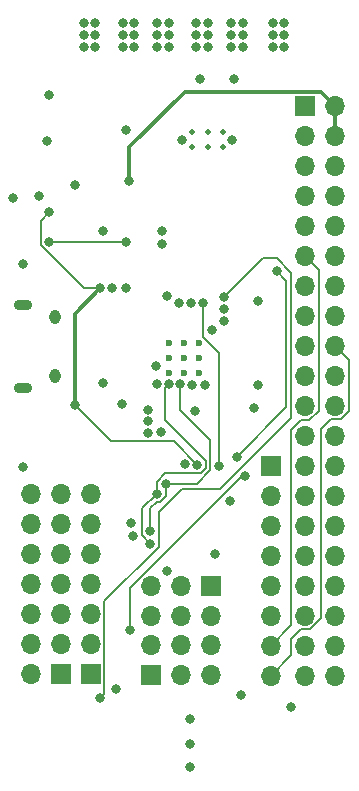
<source format=gbr>
%TF.GenerationSoftware,KiCad,Pcbnew,(6.0.0-0)*%
%TF.CreationDate,2022-01-13T06:26:06-05:00*%
%TF.ProjectId,piUAV,70695541-562e-46b6-9963-61645f706362,rev?*%
%TF.SameCoordinates,Original*%
%TF.FileFunction,Copper,L3,Inr*%
%TF.FilePolarity,Positive*%
%FSLAX46Y46*%
G04 Gerber Fmt 4.6, Leading zero omitted, Abs format (unit mm)*
G04 Created by KiCad (PCBNEW (6.0.0-0)) date 2022-01-13 06:26:06*
%MOMM*%
%LPD*%
G01*
G04 APERTURE LIST*
%TA.AperFunction,ComponentPad*%
%ADD10R,1.700000X1.700000*%
%TD*%
%TA.AperFunction,ComponentPad*%
%ADD11O,1.700000X1.700000*%
%TD*%
%TA.AperFunction,ComponentPad*%
%ADD12C,0.600000*%
%TD*%
%TA.AperFunction,ComponentPad*%
%ADD13C,0.499999*%
%TD*%
%TA.AperFunction,ComponentPad*%
%ADD14O,1.550000X0.890000*%
%TD*%
%TA.AperFunction,ComponentPad*%
%ADD15O,0.950000X1.250000*%
%TD*%
%TA.AperFunction,ViaPad*%
%ADD16C,0.800000*%
%TD*%
%TA.AperFunction,Conductor*%
%ADD17C,0.200000*%
%TD*%
%TA.AperFunction,Conductor*%
%ADD18C,0.300000*%
%TD*%
G04 APERTURE END LIST*
D10*
%TO.N,3V3_IO*%
%TO.C,J6*%
X122225000Y-100600000D03*
D11*
%TO.N,GND*%
X122225000Y-98060000D03*
%TO.N,+5V*%
X124765000Y-100600000D03*
%TO.N,GND*%
X124765000Y-98060000D03*
%TO.N,+5V*%
X127305000Y-100600000D03*
%TO.N,GND*%
X127305000Y-98060000D03*
%TD*%
D12*
%TO.N,GND*%
%TO.C,U1*%
X125000000Y-73750000D03*
X126275000Y-75025000D03*
X125000000Y-75025000D03*
X126275000Y-72475000D03*
X126275000Y-73750000D03*
X125000000Y-72475000D03*
X123725000Y-72475000D03*
X123725000Y-75025000D03*
X123725000Y-73750000D03*
%TD*%
D10*
%TO.N,3V3_IO*%
%TO.C,J2*%
X127325000Y-93025000D03*
D11*
X127325000Y-95565000D03*
%TO.N,FC_UART1_TX*%
X124785000Y-93025000D03*
%TO.N,FC_UART1_RX*%
X124785000Y-95565000D03*
%TO.N,FC_UART0_TX*%
X122245000Y-93025000D03*
%TO.N,FC_UART0_RX*%
X122245000Y-95565000D03*
%TD*%
D10*
%TO.N,FC_SERVO_1*%
%TO.C,J3*%
X117100000Y-100500000D03*
D11*
%TO.N,FC_SERVO_2*%
X117100000Y-97960000D03*
%TO.N,FC_SERVO_3*%
X117100000Y-95420000D03*
%TO.N,FC_SERVO_4*%
X117100000Y-92880000D03*
%TO.N,FC_SERVO_5*%
X117100000Y-90340000D03*
%TO.N,FC_SERVO_6*%
X117100000Y-87800000D03*
%TO.N,FC_RADIO_PPM*%
X117100000Y-85260000D03*
%TD*%
D10*
%TO.N,+3V3*%
%TO.C,J7*%
X135225000Y-52375000D03*
D11*
%TO.N,REG_5VIN*%
X137765000Y-52375000D03*
%TO.N,unconnected-(J7-Pad3)*%
X135225000Y-54915000D03*
%TO.N,REG_5VIN*%
X137765000Y-54915000D03*
%TO.N,unconnected-(J7-Pad5)*%
X135225000Y-57455000D03*
%TO.N,GND*%
X137765000Y-57455000D03*
%TO.N,unconnected-(J7-Pad7)*%
X135225000Y-59995000D03*
%TO.N,Net-(J7-Pad8)*%
X137765000Y-59995000D03*
%TO.N,unconnected-(J7-Pad9)*%
X135225000Y-62535000D03*
%TO.N,Net-(J7-Pad10)*%
X137765000Y-62535000D03*
%TO.N,DISP_RESET*%
X135225000Y-65075000D03*
%TO.N,unconnected-(J7-Pad12)*%
X137765000Y-65075000D03*
%TO.N,unconnected-(J7-Pad13)*%
X135225000Y-67615000D03*
%TO.N,GND*%
X137765000Y-67615000D03*
%TO.N,unconnected-(J7-Pad15)*%
X135225000Y-70155000D03*
%TO.N,unconnected-(J7-Pad16)*%
X137765000Y-70155000D03*
%TO.N,DISP_VCC*%
X135225000Y-72695000D03*
%TO.N,DISP_BUSY*%
X137765000Y-72695000D03*
%TO.N,DISP_DIN*%
X135225000Y-75235000D03*
%TO.N,DISP_GND*%
X137765000Y-75235000D03*
%TO.N,unconnected-(J7-Pad21)*%
X135225000Y-77775000D03*
%TO.N,DISP_DC*%
X137765000Y-77775000D03*
%TO.N,DISP_CLK*%
X135225000Y-80315000D03*
%TO.N,DISP_CS*%
X137765000Y-80315000D03*
%TO.N,GND*%
X135225000Y-82855000D03*
%TO.N,unconnected-(J7-Pad26)*%
X137765000Y-82855000D03*
%TO.N,unconnected-(J7-Pad27)*%
X135225000Y-85395000D03*
%TO.N,unconnected-(J7-Pad28)*%
X137765000Y-85395000D03*
%TO.N,unconnected-(J7-Pad29)*%
X135225000Y-87935000D03*
%TO.N,GND*%
X137765000Y-87935000D03*
%TO.N,unconnected-(J7-Pad31)*%
X135225000Y-90475000D03*
%TO.N,unconnected-(J7-Pad32)*%
X137765000Y-90475000D03*
%TO.N,unconnected-(J7-Pad33)*%
X135225000Y-93015000D03*
%TO.N,GND*%
X137765000Y-93015000D03*
%TO.N,unconnected-(J7-Pad35)*%
X135225000Y-95555000D03*
%TO.N,unconnected-(J7-Pad36)*%
X137765000Y-95555000D03*
%TO.N,unconnected-(J7-Pad37)*%
X135225000Y-98095000D03*
%TO.N,unconnected-(J7-Pad38)*%
X137765000Y-98095000D03*
%TO.N,GND*%
X135225000Y-100635000D03*
%TO.N,unconnected-(J7-Pad40)*%
X137765000Y-100635000D03*
%TD*%
D10*
%TO.N,GND*%
%TO.C,J5*%
X114575000Y-100500000D03*
D11*
%TO.N,+5V*%
X112035000Y-100500000D03*
%TO.N,GND*%
X114575000Y-97960000D03*
%TO.N,+5V*%
X112035000Y-97960000D03*
%TO.N,GND*%
X114575000Y-95420000D03*
%TO.N,+5V*%
X112035000Y-95420000D03*
%TO.N,GND*%
X114575000Y-92880000D03*
%TO.N,+5V*%
X112035000Y-92880000D03*
%TO.N,GND*%
X114575000Y-90340000D03*
%TO.N,+5V*%
X112035000Y-90340000D03*
%TO.N,GND*%
X114575000Y-87800000D03*
%TO.N,+5V*%
X112035000Y-87800000D03*
%TO.N,GND*%
X114575000Y-85260000D03*
%TO.N,+5V*%
X112035000Y-85260000D03*
%TD*%
D13*
%TO.N,N/C*%
%TO.C,U5*%
X127000000Y-55900001D03*
X125700000Y-55900001D03*
X125700000Y-54599999D03*
X128300000Y-55900001D03*
X128300000Y-54599999D03*
X127000000Y-54599999D03*
%TD*%
D14*
%TO.N,GND*%
%TO.C,J1*%
X111400000Y-76250000D03*
X111400000Y-69250000D03*
D15*
X114100000Y-70250000D03*
X114100000Y-75250000D03*
%TD*%
D10*
%TO.N,DISP_VCC*%
%TO.C,J8*%
X132350000Y-82840000D03*
D11*
%TO.N,DISP_GND*%
X132350000Y-85380000D03*
%TO.N,DISP_DIN*%
X132350000Y-87920000D03*
%TO.N,DISP_CLK*%
X132350000Y-90460000D03*
%TO.N,DISP_CS*%
X132350000Y-93000000D03*
%TO.N,DISP_DC*%
X132350000Y-95540000D03*
%TO.N,DISP_RESET*%
X132350000Y-98080000D03*
%TO.N,DISP_BUSY*%
X132350000Y-100620000D03*
%TD*%
D16*
%TO.N,+1V1*%
X120100000Y-67850000D03*
X127415319Y-71337955D03*
X122650000Y-74400000D03*
%TO.N,GND*%
X133500000Y-46400000D03*
X124800000Y-55250000D03*
X127600000Y-90350000D03*
X115750000Y-59100000D03*
X123700000Y-46400000D03*
X120800000Y-47400000D03*
X125500000Y-108400000D03*
X131300000Y-76000000D03*
X129100000Y-55250000D03*
X129200000Y-50150000D03*
X125500000Y-106400000D03*
X132500000Y-45400000D03*
X118155591Y-62994357D03*
X119250000Y-101800000D03*
X133500000Y-45400000D03*
X132500000Y-47400000D03*
X122700000Y-45400000D03*
X119750000Y-77650000D03*
X131300000Y-68900000D03*
X120800000Y-45400000D03*
X110550000Y-60150000D03*
X119800000Y-47400000D03*
X123600000Y-91800000D03*
X128900000Y-85850000D03*
X134100000Y-103250000D03*
X123700000Y-47400000D03*
X123150000Y-64100000D03*
X132500000Y-46400000D03*
X126400000Y-50150000D03*
X125500000Y-104300000D03*
X113600000Y-51499500D03*
X123700000Y-45400000D03*
X122700000Y-47400000D03*
X112700000Y-60050000D03*
X120800000Y-46400000D03*
X119800000Y-46400000D03*
X111400000Y-83000000D03*
X122700000Y-46400000D03*
X133500000Y-47400000D03*
X119800000Y-45400000D03*
X118950000Y-67850000D03*
%TO.N,/3V_MCU*%
X120100000Y-63950000D03*
X122700994Y-75950000D03*
X113600000Y-63900000D03*
X125696962Y-76021212D03*
%TO.N,3V3_IO*%
X123600000Y-68450000D03*
X117900000Y-67850000D03*
X113600000Y-61400000D03*
X115752125Y-77702125D03*
X126145137Y-82780429D03*
%TO.N,REG_5VIN*%
X120350000Y-58750000D03*
%TO.N,+3V3*%
X120100000Y-54450000D03*
%TO.N,VCC*%
X130000000Y-45400000D03*
X130000000Y-47400000D03*
X129000000Y-45400000D03*
X129000000Y-46400000D03*
X116500000Y-47400000D03*
X116500000Y-46400000D03*
X127000000Y-45400000D03*
X129000000Y-47400000D03*
X127000000Y-47400000D03*
X117500000Y-45400000D03*
X126000000Y-47400000D03*
X116500000Y-45400000D03*
X117500000Y-47400000D03*
X127000000Y-46400000D03*
X117500000Y-46400000D03*
X126000000Y-46400000D03*
X126000000Y-45400000D03*
X130000000Y-46400000D03*
%TO.N,+5V*%
X113400000Y-55350000D03*
X123150000Y-63000000D03*
X111350000Y-65800000D03*
%TO.N,FC_STATUS_BLUE*%
X132900000Y-66400000D03*
X124600000Y-69050000D03*
X129500000Y-82100000D03*
%TO.N,FC_STATUS_RED*%
X127943668Y-82900000D03*
X126599503Y-69050000D03*
X120400000Y-96800000D03*
X130140111Y-83740111D03*
%TO.N,FC_STATUS_GREEN*%
X125600000Y-69050000D03*
X120705080Y-88800000D03*
%TO.N,FC_UART1_TX*%
X125899500Y-78222534D03*
%TO.N,FC_UART1_RX*%
X126800000Y-76000000D03*
%TO.N,FC_UART0_TX*%
X128400000Y-69600000D03*
%TO.N,FC_UART0_RX*%
X128400000Y-70600000D03*
%TO.N,FC_SERVO_1*%
X120481973Y-87701325D03*
X125115957Y-82748316D03*
%TO.N,FC_SPI0_MISO*%
X121924500Y-78100000D03*
%TO.N,FC_SPI0_SCK*%
X121924500Y-80099006D03*
%TO.N,FC_SPI0_MOSI*%
X123031375Y-79981375D03*
%TO.N,FC_SPI0_CS*%
X121924500Y-79099503D03*
%TO.N,DISP_VCC*%
X130900000Y-78000000D03*
%TO.N,FC_BOOTSEL*%
X118150000Y-75849500D03*
X129800000Y-102300000D03*
%TO.N,FC_I2C0_SCL*%
X122150000Y-88400000D03*
X123500000Y-84400500D03*
X124700000Y-75950000D03*
%TO.N,FC_I2C0_SDA*%
X122679399Y-85214946D03*
X123700497Y-75950000D03*
X122150000Y-89450000D03*
%TO.N,FC_RUN*%
X117900000Y-102500000D03*
X128400000Y-68600497D03*
%TD*%
D17*
%TO.N,/3V_MCU*%
X113650000Y-63950000D02*
X120100000Y-63950000D01*
X113600000Y-63900000D02*
X113650000Y-63950000D01*
%TO.N,3V3_IO*%
X126145137Y-82780429D02*
X124163225Y-80798517D01*
X116560741Y-67850000D02*
X117900000Y-67850000D01*
X124163225Y-80798517D02*
X118848517Y-80798517D01*
X118848517Y-80798517D02*
X115752125Y-77702125D01*
X113600000Y-61400000D02*
X112900489Y-62099511D01*
D18*
X117900000Y-67850000D02*
X115752125Y-69997875D01*
X115752125Y-69997875D02*
X115752125Y-77702125D01*
D17*
X112900489Y-62099511D02*
X112900489Y-64189748D01*
X112900489Y-64189748D02*
X116560741Y-67850000D01*
D18*
%TO.N,REG_5VIN*%
X136565489Y-51175489D02*
X137765000Y-52375000D01*
X125074511Y-51175489D02*
X136565489Y-51175489D01*
X137765000Y-52375000D02*
X137765000Y-54915000D01*
X120350000Y-58750000D02*
X120350000Y-55900000D01*
X120350000Y-55900000D02*
X125074511Y-51175489D01*
D17*
%TO.N,FC_STATUS_BLUE*%
X133675969Y-67175969D02*
X132900000Y-66400000D01*
X133675969Y-77924031D02*
X133675969Y-67175969D01*
X129500000Y-82100000D02*
X133675969Y-77924031D01*
%TO.N,FC_STATUS_RED*%
X127800000Y-73152162D02*
X127943668Y-73295830D01*
X127943668Y-73295830D02*
X127943668Y-82900000D01*
X126599503Y-71951665D02*
X127800000Y-73152162D01*
X129904234Y-83740111D02*
X130140111Y-83740111D01*
X120400000Y-96800000D02*
X120400000Y-93244345D01*
X120400000Y-93244345D02*
X129904234Y-83740111D01*
X126599503Y-69050000D02*
X126599503Y-71951665D01*
%TO.N,DISP_RESET*%
X136400000Y-66250000D02*
X135225000Y-65075000D01*
X132350000Y-98080000D02*
X134075489Y-96354511D01*
X136400000Y-78225655D02*
X136400000Y-66250000D01*
X134075489Y-79824511D02*
X134900000Y-79000000D01*
X134075489Y-96354511D02*
X134075489Y-79824511D01*
X134900000Y-79000000D02*
X135625655Y-79000000D01*
X135625655Y-79000000D02*
X136400000Y-78225655D01*
%TO.N,DISP_BUSY*%
X138275489Y-78924511D02*
X139000000Y-78200000D01*
X134075489Y-98894511D02*
X134075489Y-97524511D01*
X139000000Y-73930000D02*
X137765000Y-72695000D01*
X137475489Y-78924511D02*
X138275489Y-78924511D01*
X135701144Y-96704511D02*
X136615489Y-95790166D01*
X136615489Y-95790166D02*
X136615489Y-79784511D01*
X139000000Y-78200000D02*
X139000000Y-73930000D01*
X132350000Y-100620000D02*
X134075489Y-98894511D01*
X136615489Y-79784511D02*
X137475489Y-78924511D01*
X134895489Y-96704511D02*
X135701144Y-96704511D01*
X134075489Y-97524511D02*
X134895489Y-96704511D01*
%TO.N,FC_I2C0_SCL*%
X122150000Y-86450000D02*
X122685543Y-85914457D01*
X123500000Y-84400500D02*
X126079331Y-84400500D01*
X122685543Y-85914457D02*
X122969147Y-85914457D01*
X124700000Y-78100000D02*
X124700000Y-75950000D01*
X127244168Y-80644168D02*
X124700000Y-78100000D01*
X122150000Y-88400000D02*
X122150000Y-86450000D01*
X122969147Y-85914457D02*
X123500000Y-85383604D01*
X127244168Y-83235663D02*
X127244168Y-80644168D01*
X123500000Y-85383604D02*
X123500000Y-84400500D01*
X126079331Y-84400500D02*
X127244168Y-83235663D01*
%TO.N,FC_I2C0_SDA*%
X121450489Y-88750489D02*
X121450489Y-86443856D01*
X126434885Y-83479940D02*
X126844648Y-83070177D01*
X123431301Y-83479940D02*
X126434885Y-83479940D01*
X122679399Y-85214946D02*
X122679399Y-84231842D01*
X122150000Y-89450000D02*
X121450489Y-88750489D01*
X126844648Y-83070177D02*
X126844648Y-82490681D01*
X122679399Y-84231842D02*
X123431301Y-83479940D01*
X126844648Y-82490681D02*
X123353967Y-79000000D01*
X123353967Y-76296530D02*
X123700497Y-75950000D01*
X123353967Y-79000000D02*
X123353967Y-76296530D01*
X121450489Y-86443856D02*
X122679399Y-85214946D01*
%TO.N,FC_RUN*%
X134075489Y-78815489D02*
X134075489Y-66524511D01*
X122849511Y-86749511D02*
X124799022Y-84800000D01*
X118249511Y-94339748D02*
X122849511Y-89739748D01*
X117900000Y-102500000D02*
X118249511Y-102150489D01*
X128090978Y-84800000D02*
X134075489Y-78815489D01*
X132850978Y-65300000D02*
X131700497Y-65300000D01*
X131700497Y-65300000D02*
X128400000Y-68600497D01*
X124799022Y-84800000D02*
X128090978Y-84800000D01*
X118249511Y-102150489D02*
X118249511Y-94339748D01*
X122849511Y-89739748D02*
X122849511Y-86749511D01*
X134075489Y-66524511D02*
X132850978Y-65300000D01*
%TD*%
M02*

</source>
